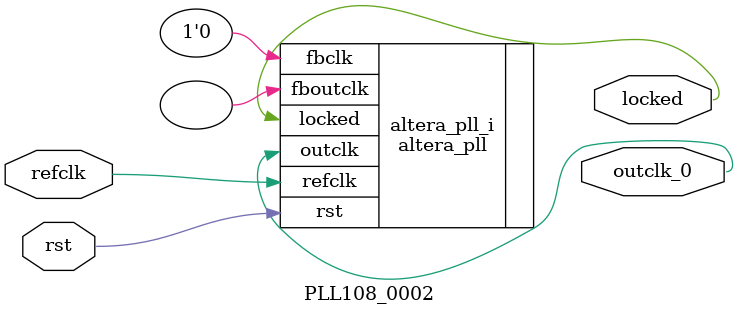
<source format=v>
`timescale 1ns/10ps
module  PLL108_0002(

	// interface 'refclk'
	input wire refclk,

	// interface 'reset'
	input wire rst,

	// interface 'outclk0'
	output wire outclk_0,

	// interface 'locked'
	output wire locked
);

	altera_pll #(
		.fractional_vco_multiplier("true"),
		.reference_clock_frequency("50.0 MHz"),
		.operation_mode("direct"),
		.number_of_clocks(1),
		.output_clock_frequency0("108.000000 MHz"),
		.phase_shift0("0 ps"),
		.duty_cycle0(50),
		.output_clock_frequency1("0 MHz"),
		.phase_shift1("0 ps"),
		.duty_cycle1(50),
		.output_clock_frequency2("0 MHz"),
		.phase_shift2("0 ps"),
		.duty_cycle2(50),
		.output_clock_frequency3("0 MHz"),
		.phase_shift3("0 ps"),
		.duty_cycle3(50),
		.output_clock_frequency4("0 MHz"),
		.phase_shift4("0 ps"),
		.duty_cycle4(50),
		.output_clock_frequency5("0 MHz"),
		.phase_shift5("0 ps"),
		.duty_cycle5(50),
		.output_clock_frequency6("0 MHz"),
		.phase_shift6("0 ps"),
		.duty_cycle6(50),
		.output_clock_frequency7("0 MHz"),
		.phase_shift7("0 ps"),
		.duty_cycle7(50),
		.output_clock_frequency8("0 MHz"),
		.phase_shift8("0 ps"),
		.duty_cycle8(50),
		.output_clock_frequency9("0 MHz"),
		.phase_shift9("0 ps"),
		.duty_cycle9(50),
		.output_clock_frequency10("0 MHz"),
		.phase_shift10("0 ps"),
		.duty_cycle10(50),
		.output_clock_frequency11("0 MHz"),
		.phase_shift11("0 ps"),
		.duty_cycle11(50),
		.output_clock_frequency12("0 MHz"),
		.phase_shift12("0 ps"),
		.duty_cycle12(50),
		.output_clock_frequency13("0 MHz"),
		.phase_shift13("0 ps"),
		.duty_cycle13(50),
		.output_clock_frequency14("0 MHz"),
		.phase_shift14("0 ps"),
		.duty_cycle14(50),
		.output_clock_frequency15("0 MHz"),
		.phase_shift15("0 ps"),
		.duty_cycle15(50),
		.output_clock_frequency16("0 MHz"),
		.phase_shift16("0 ps"),
		.duty_cycle16(50),
		.output_clock_frequency17("0 MHz"),
		.phase_shift17("0 ps"),
		.duty_cycle17(50),
		.pll_type("General"),
		.pll_subtype("General")
	) altera_pll_i (
		.rst	(rst),
		.outclk	({outclk_0}),
		.locked	(locked),
		.fboutclk	( ),
		.fbclk	(1'b0),
		.refclk	(refclk)
	);
endmodule


</source>
